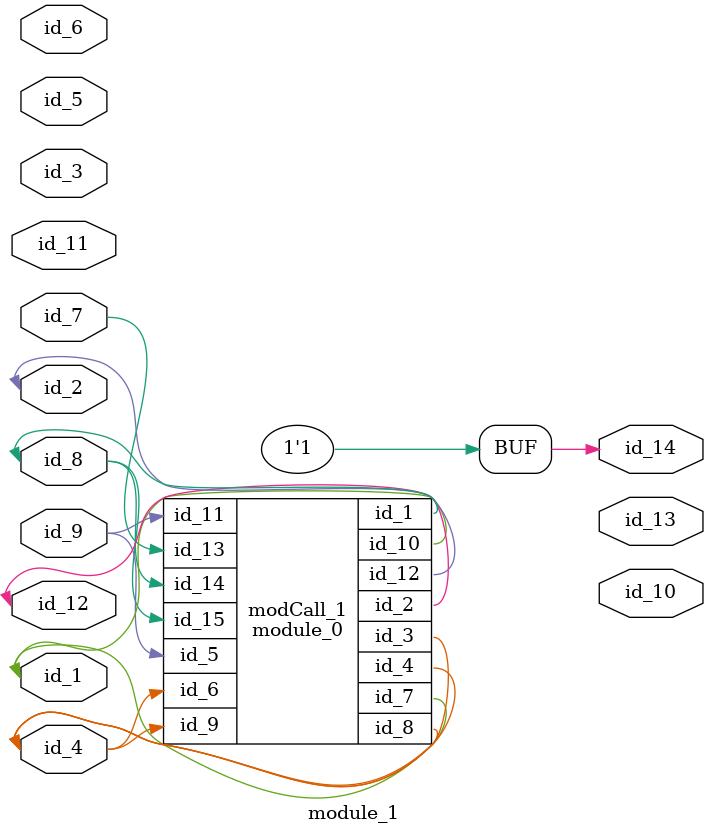
<source format=v>
module module_0 (
    id_1,
    id_2,
    id_3,
    id_4,
    id_5,
    id_6,
    id_7,
    id_8,
    id_9,
    id_10,
    id_11,
    id_12,
    id_13,
    id_14,
    id_15
);
  input wire id_15;
  input wire id_14;
  input wire id_13;
  output wire id_12;
  input wire id_11;
  inout wire id_10;
  input wire id_9;
  inout wire id_8;
  output wire id_7;
  input wire id_6;
  input wire id_5;
  output wire id_4;
  output wire id_3;
  inout wire id_2;
  output wire id_1;
  wire id_16;
endmodule
module module_1 (
    id_1,
    id_2,
    id_3,
    id_4,
    id_5,
    id_6,
    id_7,
    id_8,
    id_9,
    id_10,
    id_11,
    id_12,
    id_13,
    id_14
);
  output wire id_14;
  output wire id_13;
  inout wire id_12;
  input wire id_11;
  output wire id_10;
  input wire id_9;
  inout wire id_8;
  input wire id_7;
  input wire id_6;
  input wire id_5;
  inout wire id_4;
  inout wire id_3;
  inout wire id_2;
  inout wire id_1;
  wire id_15;
  module_0 modCall_1 (
      id_8,
      id_12,
      id_4,
      id_4,
      id_9,
      id_4,
      id_1,
      id_4,
      id_4,
      id_1,
      id_9,
      id_2,
      id_7,
      id_8,
      id_8
  );
  assign id_14 = 1;
endmodule

</source>
